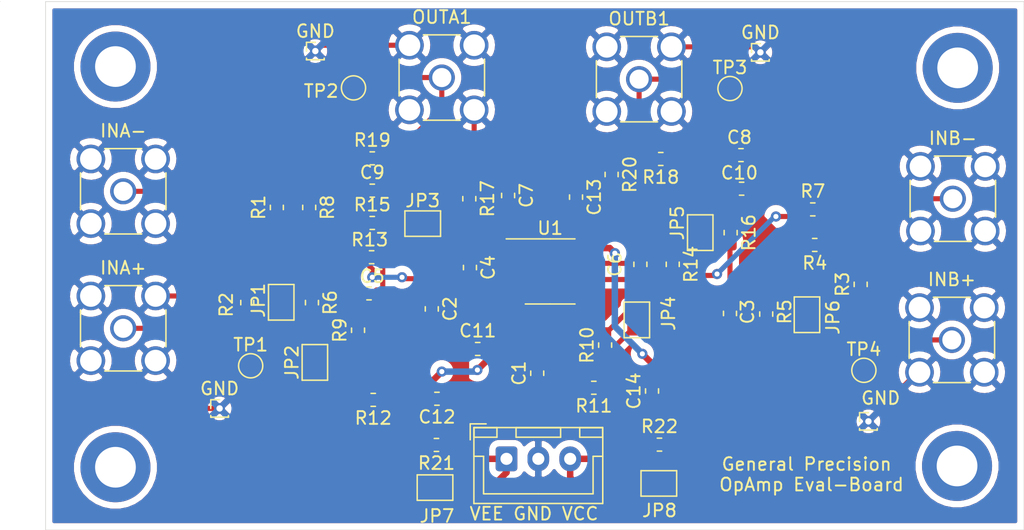
<source format=kicad_pcb>
(kicad_pcb (version 20171130) (host pcbnew "(5.1.2)-2")
  (layers (0 F.Cu signal) (31 B.Cu signal) (34 B.Paste user) (35 F.Paste user) (36 B.SilkS user) (37 F.SilkS user) (38 B.Mask user) (39 F.Mask user) (44 Edge.Cuts user))
  (net 0 "")
  (net 1 /VEE)
  (net 2 GND)
  (net 3 /VCC)
  (net 4 "Net-(C5-Pad2)")
  (net 5 "Net-(C10-Pad2)")
  (net 6 "Net-(C1-Pad2)")
  (net 7 "Net-(C2-Pad1)")
  (net 8 "Net-(C3-Pad1)")
  (net 9 "Net-(C3-Pad2)")
  (net 10 "Net-(C4-Pad2)")
  (net 11 "Net-(C4-Pad1)")
  (net 12 "Net-(C6-Pad2)")
  (net 13 "Net-(C7-Pad2)")
  (net 14 "Net-(C8-Pad2)")
  (net 15 "Net-(C9-Pad2)")
  (net 16 "Net-(C11-Pad2)")
  (net 17 "Net-(C13-Pad2)")
  (net 18 "Net-(R12-Pad2)")
  (net 19 "Net-(R10-Pad1)")
  (net 20 "Net-(INA+1-Pad1)")
  (net 21 "Net-(INA-1-Pad1)")
  (net 22 "Net-(INB+1-Pad1)")
  (net 23 "Net-(INB-1-Pad1)")
  (module Connector_PinHeader_1.00mm:PinHeader_1x01_P1.00mm_Vertical (layer F.Cu) (at 151.13 90.7288)
    (fp_text reference GND (at 0 -1.56) (layer F.SilkS))
    (fp_text value PinHeader_1x01_P1.00mm_Vertical)
    (pad 1 thru_hole circle (at 0 0) (size 0.85 0.85) (drill 0.5) (layers *.Cu *.Mask) (net 2 GND))
  )
  (module Connector_Coaxial:SMA_Amphenol_132134-11_Vertical (layer F.Cu) (at 166.1668 113.3348)
    (fp_text reference INB+ (at 0 -4.75) (layer F.SilkS))
    (fp_text value Conn_Coaxial)
    (pad 1 thru_hole circle (at 0 0) (size 2.05 2.05) (drill 1.5) (layers *.Cu *.Mask) (net 22 "Net-(INB+1-Pad1)"))
    (pad 2 thru_hole circle (at 2.54 2.54) (size 2.25 2.25) (drill 1.7) (layers *.Cu *.Mask) (net 2 GND))
    (pad 2 thru_hole circle (at 2.54 -2.54) (size 2.25 2.25) (drill 1.7) (layers *.Cu *.Mask) (net 2 GND))
    (pad 2 thru_hole circle (at -2.54 -2.54) (size 2.25 2.25) (drill 1.7) (layers *.Cu *.Mask) (net 2 GND))
    (pad 2 thru_hole circle (at -2.54 2.54) (size 2.25 2.25) (drill 1.7) (layers *.Cu *.Mask) (net 2 GND))
  )
  (module Connector_JST:JST_XH_B3B-XH-A_1x03_P2.50mm_Vertical (layer F.Cu) (at 131.191 122.682)
    (fp_text reference "VEE GND VCC" (at 2.159 4.318) (layer F.SilkS))
    (fp_text value Conn_01x03_Male)
    (pad 1 thru_hole roundrect (at 0 0) (size 1.7 1.95) (drill 0.95) (layers *.Cu *.Mask) (roundrect_rratio 0.147059) (net 1 /VEE))
    (pad 2 thru_hole oval (at 2.5 0) (size 1.7 1.95) (drill 0.95) (layers *.Cu *.Mask) (net 2 GND))
    (pad 3 thru_hole oval (at 5 0) (size 1.7 1.95) (drill 0.95) (layers *.Cu *.Mask) (net 3 /VCC))
  )
  (module MountingHole:MountingHole_3.2mm_M3_ISO14580_Pad (layer F.Cu) (at 100.4824 123.3424)
    (fp_text reference REF** hide)
    (fp_text value MountingHole_3.2mm_M3_ISO14580_Pad)
    (pad 1 thru_hole circle (at 0 0) (size 5.5 5.5) (drill 3.2) (layers *.Cu *.Mask))
  )
  (module MountingHole:MountingHole_3.2mm_M3_ISO14580_Pad (layer F.Cu) (at 166.5732 123.2408)
    (fp_text reference REF** hide)
    (fp_text value MountingHole_3.2mm_M3_ISO14580_Pad)
    (pad 1 thru_hole circle (at 0 0) (size 5.5 5.5) (drill 3.2) (layers *.Cu *.Mask))
  )
  (module MountingHole:MountingHole_3.2mm_M3_ISO14580_Pad (layer F.Cu) (at 166.624 91.948)
    (fp_text reference REF** hide)
    (fp_text value MountingHole_3.2mm_M3_ISO14580_Pad)
    (pad 1 thru_hole circle (at 0 0) (size 5.5 5.5) (drill 3.2) (layers *.Cu *.Mask))
  )
  (module MountingHole:MountingHole_3.2mm_M3_ISO14580_Pad (layer F.Cu) (at 100.4824 91.8464)
    (fp_text reference REF** hide)
    (fp_text value MountingHole_3.2mm_M3_ISO14580_Pad)
    (pad 1 thru_hole circle (at 0 0) (size 5.5 5.5) (drill 3.2) (layers *.Cu *.Mask))
  )
  (module Connector_PinHeader_1.00mm:PinHeader_1x01_P1.00mm_Vertical (layer F.Cu) (at 159.6136 119.7356)
    (fp_text reference GND (at 0.9652 -1.8288) (layer F.SilkS))
    (fp_text value PinHeader_1x01_P1.00mm_Vertical)
    (pad 1 thru_hole circle (at 0 0) (size 0.85 0.85) (drill 0.5) (layers *.Cu *.Mask) (net 2 GND))
  )
  (module TestPoint:TestPoint_Pad_D1.5mm (layer F.Cu) (at 159.258 115.7224)
    (fp_text reference TP4 (at 0 -1.648) (layer F.SilkS))
    (fp_text value TestPoint_Pad_D1.5mm)
    (pad 1 smd circle (at 0 0) (size 1.5 1.5) (layers F.Cu F.Mask) (net 22 "Net-(INB+1-Pad1)"))
  )
  (module TestPoint:TestPoint_Pad_D1.5mm (layer F.Cu) (at 148.7424 93.5736)
    (fp_text reference TP3 (at 0 -1.648) (layer F.SilkS))
    (fp_text value TestPoint_Pad_D1.5mm)
    (pad 1 smd circle (at 0 0) (size 1.5 1.5) (layers F.Cu F.Mask) (net 5 "Net-(C10-Pad2)"))
  )
  (module Connector_PinHeader_1.00mm:PinHeader_1x01_P1.00mm_Vertical (layer F.Cu) (at 116.1796 90.6272)
    (fp_text reference GND (at 0 -1.56) (layer F.SilkS))
    (fp_text value PinHeader_1x01_P1.00mm_Vertical)
    (pad 1 thru_hole circle (at 0 0) (size 0.85 0.85) (drill 0.5) (layers *.Cu *.Mask) (net 2 GND))
  )
  (module Connector_PinHeader_1.00mm:PinHeader_1x01_P1.00mm_Vertical (layer F.Cu) (at 108.6612 118.7196)
    (fp_text reference GND (at 0 -1.56) (layer F.SilkS))
    (fp_text value PinHeader_1x01_P1.00mm_Vertical)
    (pad 1 thru_hole circle (at 0 0) (size 0.85 0.85) (drill 0.5) (layers *.Cu *.Mask) (net 2 GND))
  )
  (module TestPoint:TestPoint_Pad_D1.5mm (layer F.Cu) (at 119.1768 93.5228)
    (fp_text reference TP2 (at -2.54 0.254) (layer F.SilkS))
    (fp_text value TestPoint_Pad_D1.5mm)
    (pad 1 smd circle (at 0 0) (size 1.5 1.5) (layers F.Cu F.Mask) (net 15 "Net-(C9-Pad2)"))
  )
  (module TestPoint:TestPoint_Pad_D1.5mm (layer F.Cu) (at 111.0996 115.3668)
    (fp_text reference TP1 (at 0 -1.648) (layer F.SilkS))
    (fp_text value TestPoint_Pad_D1.5mm)
    (pad 1 smd circle (at 0 0) (size 1.5 1.5) (layers F.Cu F.Mask) (net 20 "Net-(INA+1-Pad1)"))
  )
  (module Jumper:SolderJumper-2_P1.3mm_Open_TrianglePad1.0x1.5mm (layer F.Cu) (at 146.4056 104.902 90)
    (fp_text reference JP5 (at 0.762 -1.8 90) (layer F.SilkS))
    (fp_text value SolderJumper-2_P1.3mm_Open_TrianglePad1.0x1.5mm)
    (pad 1 smd custom (at -0.725 0 90) (size 0.3 0.3) (layers F.Cu F.Mask) (net 8 "Net-(C3-Pad1)") (options (clearance outline) (anchor rect)) (primitives (gr_poly (pts (xy -0.5 -0.75) (xy 0.5 -0.75) (xy 1 0) (xy 0.5 0.75) (xy -0.5 0.75)) (width 0))))
    (pad 2 smd custom (at 0.725 0 90) (size 0.3 0.3) (layers F.Cu F.Mask) (net 5 "Net-(C10-Pad2)") (options (clearance outline) (anchor rect)) (primitives (gr_poly (pts (xy -0.65 -0.75) (xy 0.5 -0.75) (xy 0.5 0.75) (xy -0.65 0.75) (xy -0.15 0)) (width 0))))
  )
  (module Jumper:SolderJumper-2_P1.3mm_Open_TrianglePad1.0x1.5mm (layer F.Cu) (at 141.4272 111.76 90)
    (fp_text reference JP4 (at 0.508 2.4892 90) (layer F.SilkS))
    (fp_text value SolderJumper-2_P1.3mm_Open_TrianglePad1.0x1.5mm)
    (pad 1 smd custom (at -0.725 0 90) (size 0.3 0.3) (layers F.Cu F.Mask) (net 19 "Net-(R10-Pad1)") (options (clearance outline) (anchor rect)) (primitives (gr_poly (pts (xy -0.5 -0.75) (xy 0.5 -0.75) (xy 1 0) (xy 0.5 0.75) (xy -0.5 0.75)) (width 0))))
    (pad 2 smd custom (at 0.725 0 90) (size 0.3 0.3) (layers F.Cu F.Mask) (net 9 "Net-(C3-Pad2)") (options (clearance outline) (anchor rect)) (primitives (gr_poly (pts (xy -0.65 -0.75) (xy 0.5 -0.75) (xy 0.5 0.75) (xy -0.65 0.75) (xy -0.15 0)) (width 0))))
  )
  (module Jumper:SolderJumper-2_P1.3mm_Open_TrianglePad1.0x1.5mm (layer F.Cu) (at 154.7876 111.3536 90)
    (fp_text reference JP6 (at -0.2032 2.032 90) (layer F.SilkS))
    (fp_text value SolderJumper-2_P1.3mm_Open_TrianglePad1.0x1.5mm)
    (pad 1 smd custom (at -0.725 0 90) (size 0.3 0.3) (layers F.Cu F.Mask) (net 9 "Net-(C3-Pad2)") (options (clearance outline) (anchor rect)) (primitives (gr_poly (pts (xy -0.5 -0.75) (xy 0.5 -0.75) (xy 1 0) (xy 0.5 0.75) (xy -0.5 0.75)) (width 0))))
    (pad 2 smd custom (at 0.725 0 90) (size 0.3 0.3) (layers F.Cu F.Mask) (net 22 "Net-(INB+1-Pad1)") (options (clearance outline) (anchor rect)) (primitives (gr_poly (pts (xy -0.65 -0.75) (xy 0.5 -0.75) (xy 0.5 0.75) (xy -0.65 0.75) (xy -0.15 0)) (width 0))))
  )
  (module Jumper:SolderJumper-2_P1.3mm_Open_TrianglePad1.0x1.5mm (layer F.Cu) (at 124.6124 104.1908)
    (fp_text reference JP3 (at 0 -1.8) (layer F.SilkS))
    (fp_text value SolderJumper-2_P1.3mm_Open_TrianglePad1.0x1.5mm)
    (pad 1 smd custom (at -0.725 0) (size 0.3 0.3) (layers F.Cu F.Mask) (net 11 "Net-(C4-Pad1)") (options (clearance outline) (anchor rect)) (primitives (gr_poly (pts (xy -0.5 -0.75) (xy 0.5 -0.75) (xy 1 0) (xy 0.5 0.75) (xy -0.5 0.75)) (width 0))))
    (pad 2 smd custom (at 0.725 0) (size 0.3 0.3) (layers F.Cu F.Mask) (net 15 "Net-(C9-Pad2)") (options (clearance outline) (anchor rect)) (primitives (gr_poly (pts (xy -0.65 -0.75) (xy 0.5 -0.75) (xy 0.5 0.75) (xy -0.65 0.75) (xy -0.15 0)) (width 0))))
  )
  (module Jumper:SolderJumper-2_P1.3mm_Open_TrianglePad1.0x1.5mm (layer F.Cu) (at 113.4999 110.3757 90)
    (fp_text reference JP1 (at 0.1524 -1.8 90) (layer F.SilkS))
    (fp_text value SolderJumper-2_P1.3mm_Open_TrianglePad1.0x1.5mm)
    (pad 1 smd custom (at -0.725 0 90) (size 0.3 0.3) (layers F.Cu F.Mask) (net 20 "Net-(INA+1-Pad1)") (options (clearance outline) (anchor rect)) (primitives (gr_poly (pts (xy -0.5 -0.75) (xy 0.5 -0.75) (xy 1 0) (xy 0.5 0.75) (xy -0.5 0.75)) (width 0))))
    (pad 2 smd custom (at 0.725 0 90) (size 0.3 0.3) (layers F.Cu F.Mask) (net 4 "Net-(C5-Pad2)") (options (clearance outline) (anchor rect)) (primitives (gr_poly (pts (xy -0.65 -0.75) (xy 0.5 -0.75) (xy 0.5 0.75) (xy -0.65 0.75) (xy -0.15 0)) (width 0))))
  )
  (module Jumper:SolderJumper-2_P1.3mm_Open_TrianglePad1.0x1.5mm (layer F.Cu) (at 116.1415 115.1001 90)
    (fp_text reference JP2 (at 0 -1.8 90) (layer F.SilkS))
    (fp_text value SolderJumper-2_P1.3mm_Open_TrianglePad1.0x1.5mm)
    (pad 1 smd custom (at -0.725 0 90) (size 0.3 0.3) (layers F.Cu F.Mask) (net 18 "Net-(R12-Pad2)") (options (clearance outline) (anchor rect)) (primitives (gr_poly (pts (xy -0.5 -0.75) (xy 0.5 -0.75) (xy 1 0) (xy 0.5 0.75) (xy -0.5 0.75)) (width 0))))
    (pad 2 smd custom (at 0.725 0 90) (size 0.3 0.3) (layers F.Cu F.Mask) (net 4 "Net-(C5-Pad2)") (options (clearance outline) (anchor rect)) (primitives (gr_poly (pts (xy -0.65 -0.75) (xy 0.5 -0.75) (xy 0.5 0.75) (xy -0.65 0.75) (xy -0.15 0)) (width 0))))
  )
  (module Jumper:SolderJumper-2_P1.3mm_Open_TrianglePad1.0x1.5mm (layer F.Cu) (at 143.1544 124.6124)
    (fp_text reference JP8 (at 0.0508 2.1336) (layer F.SilkS))
    (fp_text value SolderJumper-2_P1.3mm_Open_TrianglePad1.0x1.5mm)
    (pad 1 smd custom (at -0.725 0) (size 0.3 0.3) (layers F.Cu F.Mask) (net 3 /VCC) (options (clearance outline) (anchor rect)) (primitives (gr_poly (pts (xy -0.5 -0.75) (xy 0.5 -0.75) (xy 1 0) (xy 0.5 0.75) (xy -0.5 0.75)) (width 0))))
    (pad 2 smd custom (at 0.725 0) (size 0.3 0.3) (layers F.Cu F.Mask) (net 17 "Net-(C13-Pad2)") (options (clearance outline) (anchor rect)) (primitives (gr_poly (pts (xy -0.65 -0.75) (xy 0.5 -0.75) (xy 0.5 0.75) (xy -0.65 0.75) (xy -0.15 0)) (width 0))))
  )
  (module Jumper:SolderJumper-2_P1.3mm_Open_TrianglePad1.0x1.5mm (layer F.Cu) (at 125.5776 124.9426)
    (fp_text reference JP7 (at 0.1524 2.2352) (layer F.SilkS))
    (fp_text value SolderJumper-2_P1.3mm_Open_TrianglePad1.0x1.5mm)
    (pad 1 smd custom (at -0.725 0) (size 0.3 0.3) (layers F.Cu F.Mask) (net 16 "Net-(C11-Pad2)") (options (clearance outline) (anchor rect)) (primitives (gr_poly (pts (xy -0.5 -0.75) (xy 0.5 -0.75) (xy 1 0) (xy 0.5 0.75) (xy -0.5 0.75)) (width 0))))
    (pad 2 smd custom (at 0.725 0) (size 0.3 0.3) (layers F.Cu F.Mask) (net 1 /VEE) (options (clearance outline) (anchor rect)) (primitives (gr_poly (pts (xy -0.65 -0.75) (xy 0.5 -0.75) (xy 0.5 0.75) (xy -0.65 0.75) (xy -0.15 0)) (width 0))))
  )
  (module Capacitor_SMD:C_0603_1608Metric_Pad1.05x0.95mm_HandSolder (layer F.Cu) (at 133.604 115.951 90)
    (fp_text reference C1 (at 0 -1.43 90) (layer F.SilkS))
    (fp_text value C)
    (pad 2 smd roundrect (at 0.875 0 90) (size 1.05 0.95) (layers F.Cu F.Paste F.Mask) (net 6 "Net-(C1-Pad2)"))
    (pad 1 smd roundrect (at -0.875 0 90) (size 1.05 0.95) (layers F.Cu F.Paste F.Mask) (net 2 GND))
  )
  (module Capacitor_SMD:C_0603_1608Metric_Pad1.05x0.95mm_HandSolder (layer F.Cu) (at 125.3236 110.8964 270)
    (fp_text reference C2 (at 0 -1.43 90) (layer F.SilkS))
    (fp_text value C)
    (pad 1 smd roundrect (at -0.875 0 270) (size 1.05 0.95) (layers F.Cu F.Paste F.Mask) (net 7 "Net-(C2-Pad1)"))
    (pad 2 smd roundrect (at 0.875 0 270) (size 1.05 0.95) (layers F.Cu F.Paste F.Mask) (net 2 GND))
  )
  (module Capacitor_SMD:C_0603_1608Metric_Pad1.05x0.95mm_HandSolder (layer F.Cu) (at 148.7424 111.252 270)
    (fp_text reference C3 (at -0.127 -1.3716 90) (layer F.SilkS))
    (fp_text value C)
    (pad 1 smd roundrect (at -0.875 0 270) (size 1.05 0.95) (layers F.Cu F.Paste F.Mask) (net 8 "Net-(C3-Pad1)"))
    (pad 2 smd roundrect (at 0.875 0 270) (size 1.05 0.95) (layers F.Cu F.Paste F.Mask) (net 9 "Net-(C3-Pad2)"))
  )
  (module Capacitor_SMD:C_0603_1608Metric_Pad1.05x0.95mm_HandSolder (layer F.Cu) (at 128.3208 107.6452 270)
    (fp_text reference C4 (at 0 -1.43 90) (layer F.SilkS))
    (fp_text value C)
    (pad 2 smd roundrect (at 0.875 0 270) (size 1.05 0.95) (layers F.Cu F.Paste F.Mask) (net 10 "Net-(C4-Pad2)"))
    (pad 1 smd roundrect (at -0.875 0 270) (size 1.05 0.95) (layers F.Cu F.Paste F.Mask) (net 11 "Net-(C4-Pad1)"))
  )
  (module Capacitor_SMD:C_0603_1608Metric_Pad1.05x0.95mm_HandSolder (layer F.Cu) (at 120.396 109.6772 180)
    (fp_text reference C5 (at -0.254 1.3462) (layer F.SilkS))
    (fp_text value C)
    (pad 1 smd roundrect (at -0.875 0 180) (size 1.05 0.95) (layers F.Cu F.Paste F.Mask) (net 11 "Net-(C4-Pad1)"))
    (pad 2 smd roundrect (at 0.875 0 180) (size 1.05 0.95) (layers F.Cu F.Paste F.Mask) (net 4 "Net-(C5-Pad2)"))
  )
  (module Capacitor_SMD:C_0603_1608Metric_Pad1.05x0.95mm_HandSolder (layer F.Cu) (at 141.7066 107.3912 270)
    (fp_text reference C6 (at 0 2.0066 90) (layer F.SilkS))
    (fp_text value C)
    (pad 2 smd roundrect (at 0.875 0 270) (size 1.05 0.95) (layers F.Cu F.Paste F.Mask) (net 12 "Net-(C6-Pad2)"))
    (pad 1 smd roundrect (at -0.875 0 270) (size 1.05 0.95) (layers F.Cu F.Paste F.Mask) (net 8 "Net-(C3-Pad1)"))
  )
  (module Capacitor_SMD:C_0603_1608Metric_Pad1.05x0.95mm_HandSolder (layer F.Cu) (at 131.318 101.981 270)
    (fp_text reference C7 (at 0 -1.43 90) (layer F.SilkS))
    (fp_text value C)
    (pad 2 smd roundrect (at 0.875 0 270) (size 1.05 0.95) (layers F.Cu F.Paste F.Mask) (net 13 "Net-(C7-Pad2)"))
    (pad 1 smd roundrect (at -0.875 0 270) (size 1.05 0.95) (layers F.Cu F.Paste F.Mask) (net 2 GND))
  )
  (module Capacitor_SMD:C_0603_1608Metric_Pad1.05x0.95mm_HandSolder (layer F.Cu) (at 149.606 98.806 180)
    (fp_text reference C8 (at 0.127 1.397) (layer F.SilkS))
    (fp_text value C)
    (pad 2 smd roundrect (at 0.875 0 180) (size 1.05 0.95) (layers F.Cu F.Paste F.Mask) (net 14 "Net-(C8-Pad2)"))
    (pad 1 smd roundrect (at -0.875 0 180) (size 1.05 0.95) (layers F.Cu F.Paste F.Mask) (net 2 GND))
  )
  (module Capacitor_SMD:C_0603_1608Metric_Pad1.05x0.95mm_HandSolder (layer F.Cu) (at 120.65 101.6)
    (fp_text reference C9 (at 0 -1.43) (layer F.SilkS))
    (fp_text value C)
    (pad 1 smd roundrect (at -0.875 0) (size 1.05 0.95) (layers F.Cu F.Paste F.Mask) (net 2 GND))
    (pad 2 smd roundrect (at 0.875 0) (size 1.05 0.95) (layers F.Cu F.Paste F.Mask) (net 15 "Net-(C9-Pad2)"))
  )
  (module Capacitor_SMD:C_0603_1608Metric_Pad1.05x0.95mm_HandSolder (layer F.Cu) (at 149.6568 101.4476 180)
    (fp_text reference C10 (at 0.1778 1.2446) (layer F.SilkS))
    (fp_text value C)
    (pad 2 smd roundrect (at 0.875 0 180) (size 1.05 0.95) (layers F.Cu F.Paste F.Mask) (net 5 "Net-(C10-Pad2)"))
    (pad 1 smd roundrect (at -0.875 0 180) (size 1.05 0.95) (layers F.Cu F.Paste F.Mask) (net 2 GND))
  )
  (module Capacitor_SMD:C_0603_1608Metric_Pad1.05x0.95mm_HandSolder (layer F.Cu) (at 128.9304 114.046)
    (fp_text reference C11 (at 0 -1.43) (layer F.SilkS))
    (fp_text value C)
    (pad 1 smd roundrect (at -0.875 0) (size 1.05 0.95) (layers F.Cu F.Paste F.Mask) (net 2 GND))
    (pad 2 smd roundrect (at 0.875 0) (size 1.05 0.95) (layers F.Cu F.Paste F.Mask) (net 16 "Net-(C11-Pad2)"))
  )
  (module Capacitor_SMD:C_0603_1608Metric_Pad1.05x0.95mm_HandSolder (layer F.Cu) (at 125.73 117.9576 180)
    (fp_text reference C12 (at 0 -1.43) (layer F.SilkS))
    (fp_text value C)
    (pad 1 smd roundrect (at -0.875 0 180) (size 1.05 0.95) (layers F.Cu F.Paste F.Mask) (net 2 GND))
    (pad 2 smd roundrect (at 0.875 0 180) (size 1.05 0.95) (layers F.Cu F.Paste F.Mask) (net 16 "Net-(C11-Pad2)"))
  )
  (module Capacitor_SMD:C_0603_1608Metric_Pad1.05x0.95mm_HandSolder (layer F.Cu) (at 136.652 102.108 270)
    (fp_text reference C13 (at 0 -1.43 90) (layer F.SilkS))
    (fp_text value C)
    (pad 2 smd roundrect (at 0.875 0 270) (size 1.05 0.95) (layers F.Cu F.Paste F.Mask) (net 17 "Net-(C13-Pad2)"))
    (pad 1 smd roundrect (at -0.875 0 270) (size 1.05 0.95) (layers F.Cu F.Paste F.Mask) (net 2 GND))
  )
  (module Capacitor_SMD:C_0603_1608Metric_Pad1.05x0.95mm_HandSolder (layer F.Cu) (at 142.621 117.348 90)
    (fp_text reference C14 (at 0 -1.43 90) (layer F.SilkS))
    (fp_text value C)
    (pad 1 smd roundrect (at -0.875 0 90) (size 1.05 0.95) (layers F.Cu F.Paste F.Mask) (net 2 GND))
    (pad 2 smd roundrect (at 0.875 0 90) (size 1.05 0.95) (layers F.Cu F.Paste F.Mask) (net 17 "Net-(C13-Pad2)"))
  )
  (module Connector_Coaxial:SMA_Amphenol_132134-11_Vertical (layer F.Cu) (at 101.092 112.4204)
    (fp_text reference INA+ (at 0 -4.75) (layer F.SilkS))
    (fp_text value Conn_Coaxial)
    (pad 1 thru_hole circle (at 0 0) (size 2.05 2.05) (drill 1.5) (layers *.Cu *.Mask) (net 20 "Net-(INA+1-Pad1)"))
    (pad 2 thru_hole circle (at 2.54 2.54) (size 2.25 2.25) (drill 1.7) (layers *.Cu *.Mask) (net 2 GND))
    (pad 2 thru_hole circle (at 2.54 -2.54) (size 2.25 2.25) (drill 1.7) (layers *.Cu *.Mask) (net 2 GND))
    (pad 2 thru_hole circle (at -2.54 -2.54) (size 2.25 2.25) (drill 1.7) (layers *.Cu *.Mask) (net 2 GND))
    (pad 2 thru_hole circle (at -2.54 2.54) (size 2.25 2.25) (drill 1.7) (layers *.Cu *.Mask) (net 2 GND))
  )
  (module Connector_Coaxial:SMA_Amphenol_132134-11_Vertical (layer F.Cu) (at 101.092 101.6508)
    (fp_text reference INA- (at 0 -4.75) (layer F.SilkS))
    (fp_text value Conn_Coaxial)
    (pad 2 thru_hole circle (at -2.54 2.54) (size 2.25 2.25) (drill 1.7) (layers *.Cu *.Mask) (net 2 GND))
    (pad 2 thru_hole circle (at -2.54 -2.54) (size 2.25 2.25) (drill 1.7) (layers *.Cu *.Mask) (net 2 GND))
    (pad 2 thru_hole circle (at 2.54 -2.54) (size 2.25 2.25) (drill 1.7) (layers *.Cu *.Mask) (net 2 GND))
    (pad 2 thru_hole circle (at 2.54 2.54) (size 2.25 2.25) (drill 1.7) (layers *.Cu *.Mask) (net 2 GND))
    (pad 1 thru_hole circle (at 0 0) (size 2.05 2.05) (drill 1.5) (layers *.Cu *.Mask) (net 21 "Net-(INA-1-Pad1)"))
  )
  (module Connector_Coaxial:SMA_Amphenol_132134-11_Vertical (layer F.Cu) (at 166.243 102.235)
    (fp_text reference INB- (at 0 -4.75) (layer F.SilkS))
    (fp_text value Conn_Coaxial)
    (pad 2 thru_hole circle (at -2.54 2.54) (size 2.25 2.25) (drill 1.7) (layers *.Cu *.Mask) (net 2 GND))
    (pad 2 thru_hole circle (at -2.54 -2.54) (size 2.25 2.25) (drill 1.7) (layers *.Cu *.Mask) (net 2 GND))
    (pad 2 thru_hole circle (at 2.54 -2.54) (size 2.25 2.25) (drill 1.7) (layers *.Cu *.Mask) (net 2 GND))
    (pad 2 thru_hole circle (at 2.54 2.54) (size 2.25 2.25) (drill 1.7) (layers *.Cu *.Mask) (net 2 GND))
    (pad 1 thru_hole circle (at 0 0) (size 2.05 2.05) (drill 1.5) (layers *.Cu *.Mask) (net 23 "Net-(INB-1-Pad1)"))
  )
  (module Connector_Coaxial:SMA_Amphenol_132134-11_Vertical (layer F.Cu) (at 126.111 92.71)
    (fp_text reference OUTA1 (at 0 -4.75) (layer F.SilkS))
    (fp_text value Conn_Coaxial)
    (pad 2 thru_hole circle (at -2.54 2.54) (size 2.25 2.25) (drill 1.7) (layers *.Cu *.Mask) (net 2 GND))
    (pad 2 thru_hole circle (at -2.54 -2.54) (size 2.25 2.25) (drill 1.7) (layers *.Cu *.Mask) (net 2 GND))
    (pad 2 thru_hole circle (at 2.54 -2.54) (size 2.25 2.25) (drill 1.7) (layers *.Cu *.Mask) (net 2 GND))
    (pad 2 thru_hole circle (at 2.54 2.54) (size 2.25 2.25) (drill 1.7) (layers *.Cu *.Mask) (net 2 GND))
    (pad 1 thru_hole circle (at 0 0) (size 2.05 2.05) (drill 1.5) (layers *.Cu *.Mask) (net 15 "Net-(C9-Pad2)"))
  )
  (module Connector_Coaxial:SMA_Amphenol_132134-11_Vertical (layer F.Cu) (at 141.605 92.837)
    (fp_text reference OUTB1 (at 0 -4.75) (layer F.SilkS))
    (fp_text value Conn_Coaxial)
    (pad 1 thru_hole circle (at 0 0) (size 2.05 2.05) (drill 1.5) (layers *.Cu *.Mask) (net 5 "Net-(C10-Pad2)"))
    (pad 2 thru_hole circle (at 2.54 2.54) (size 2.25 2.25) (drill 1.7) (layers *.Cu *.Mask) (net 2 GND))
    (pad 2 thru_hole circle (at 2.54 -2.54) (size 2.25 2.25) (drill 1.7) (layers *.Cu *.Mask) (net 2 GND))
    (pad 2 thru_hole circle (at -2.54 -2.54) (size 2.25 2.25) (drill 1.7) (layers *.Cu *.Mask) (net 2 GND))
    (pad 2 thru_hole circle (at -2.54 2.54) (size 2.25 2.25) (drill 1.7) (layers *.Cu *.Mask) (net 2 GND))
  )
  (module Resistor_SMD:R_0603_1608Metric_Pad1.05x0.95mm_HandSolder (layer F.Cu) (at 113.157 102.9208 90)
    (fp_text reference R1 (at 0 -1.43 90) (layer F.SilkS))
    (fp_text value R)
    (pad 1 smd roundrect (at -0.875 0 90) (size 1.05 0.95) (layers F.Cu F.Paste F.Mask) (net 2 GND))
    (pad 2 smd roundrect (at 0.875 0 90) (size 1.05 0.95) (layers F.Cu F.Paste F.Mask) (net 21 "Net-(INA-1-Pad1)"))
  )
  (module Resistor_SMD:R_0603_1608Metric_Pad1.05x0.95mm_HandSolder (layer F.Cu) (at 110.8329 110.4011 270)
    (fp_text reference R2 (at 0.1778 1.651 90) (layer F.SilkS))
    (fp_text value R)
    (pad 2 smd roundrect (at 0.875 0 270) (size 1.05 0.95) (layers F.Cu F.Paste F.Mask) (net 20 "Net-(INA+1-Pad1)"))
    (pad 1 smd roundrect (at -0.875 0 270) (size 1.05 0.95) (layers F.Cu F.Paste F.Mask) (net 2 GND))
  )
  (module Resistor_SMD:R_0603_1608Metric_Pad1.05x0.95mm_HandSolder (layer F.Cu) (at 159.004 108.966 90)
    (fp_text reference R3 (at 0 -1.43 90) (layer F.SilkS))
    (fp_text value R)
    (pad 1 smd roundrect (at -0.875 0 90) (size 1.05 0.95) (layers F.Cu F.Paste F.Mask) (net 22 "Net-(INB+1-Pad1)"))
    (pad 2 smd roundrect (at 0.875 0 90) (size 1.05 0.95) (layers F.Cu F.Paste F.Mask) (net 2 GND))
  )
  (module Resistor_SMD:R_0603_1608Metric_Pad1.05x0.95mm_HandSolder (layer F.Cu) (at 155.3972 105.8672 180)
    (fp_text reference R4 (at 0 -1.43) (layer F.SilkS))
    (fp_text value R)
    (pad 1 smd roundrect (at -0.875 0 180) (size 1.05 0.95) (layers F.Cu F.Paste F.Mask) (net 23 "Net-(INB-1-Pad1)"))
    (pad 2 smd roundrect (at 0.875 0 180) (size 1.05 0.95) (layers F.Cu F.Paste F.Mask) (net 2 GND))
  )
  (module Resistor_SMD:R_0603_1608Metric_Pad1.05x0.95mm_HandSolder (layer F.Cu) (at 151.5872 111.3028 90)
    (fp_text reference R5 (at 0.1778 1.4478 90) (layer F.SilkS))
    (fp_text value R)
    (pad 2 smd roundrect (at 0.875 0 90) (size 1.05 0.95) (layers F.Cu F.Paste F.Mask) (net 22 "Net-(INB+1-Pad1)"))
    (pad 1 smd roundrect (at -0.875 0 90) (size 1.05 0.95) (layers F.Cu F.Paste F.Mask) (net 9 "Net-(C3-Pad2)"))
  )
  (module Resistor_SMD:R_0603_1608Metric_Pad1.05x0.95mm_HandSolder (layer F.Cu) (at 115.9129 110.4011 270)
    (fp_text reference R6 (at 0 -1.43 90) (layer F.SilkS))
    (fp_text value R)
    (pad 1 smd roundrect (at -0.875 0 270) (size 1.05 0.95) (layers F.Cu F.Paste F.Mask) (net 4 "Net-(C5-Pad2)"))
    (pad 2 smd roundrect (at 0.875 0 270) (size 1.05 0.95) (layers F.Cu F.Paste F.Mask) (net 20 "Net-(INA+1-Pad1)"))
  )
  (module Resistor_SMD:R_0603_1608Metric_Pad1.05x0.95mm_HandSolder (layer F.Cu) (at 155.2448 103.0732)
    (fp_text reference R7 (at 0 -1.43) (layer F.SilkS))
    (fp_text value R)
    (pad 1 smd roundrect (at -0.875 0) (size 1.05 0.95) (layers F.Cu F.Paste F.Mask) (net 12 "Net-(C6-Pad2)"))
    (pad 2 smd roundrect (at 0.875 0) (size 1.05 0.95) (layers F.Cu F.Paste F.Mask) (net 23 "Net-(INB-1-Pad1)"))
  )
  (module Resistor_SMD:R_0603_1608Metric_Pad1.05x0.95mm_HandSolder (layer F.Cu) (at 115.697 102.9208 270)
    (fp_text reference R8 (at 0 -1.43 90) (layer F.SilkS))
    (fp_text value R)
    (pad 1 smd roundrect (at -0.875 0 270) (size 1.05 0.95) (layers F.Cu F.Paste F.Mask) (net 10 "Net-(C4-Pad2)"))
    (pad 2 smd roundrect (at 0.875 0 270) (size 1.05 0.95) (layers F.Cu F.Paste F.Mask) (net 21 "Net-(INA-1-Pad1)"))
  )
  (module Resistor_SMD:R_0603_1608Metric_Pad1.05x0.95mm_HandSolder (layer F.Cu) (at 119.5324 112.5728 90)
    (fp_text reference R9 (at 0 -1.43 90) (layer F.SilkS))
    (fp_text value R)
    (pad 2 smd roundrect (at 0.875 0 90) (size 1.05 0.95) (layers F.Cu F.Paste F.Mask) (net 4 "Net-(C5-Pad2)"))
    (pad 1 smd roundrect (at -0.875 0 90) (size 1.05 0.95) (layers F.Cu F.Paste F.Mask) (net 18 "Net-(R12-Pad2)"))
  )
  (module Resistor_SMD:R_0603_1608Metric_Pad1.05x0.95mm_HandSolder (layer F.Cu) (at 138.938 113.7412 90)
    (fp_text reference R10 (at 0 -1.43 90) (layer F.SilkS))
    (fp_text value R)
    (pad 2 smd roundrect (at 0.875 0 90) (size 1.05 0.95) (layers F.Cu F.Paste F.Mask) (net 9 "Net-(C3-Pad2)"))
    (pad 1 smd roundrect (at -0.875 0 90) (size 1.05 0.95) (layers F.Cu F.Paste F.Mask) (net 19 "Net-(R10-Pad1)"))
  )
  (module Resistor_SMD:R_0603_1608Metric_Pad1.05x0.95mm_HandSolder (layer F.Cu) (at 138.049 117.094 180)
    (fp_text reference R11 (at 0 -1.43) (layer F.SilkS))
    (fp_text value R)
    (pad 1 smd roundrect (at -0.875 0 180) (size 1.05 0.95) (layers F.Cu F.Paste F.Mask) (net 19 "Net-(R10-Pad1)"))
    (pad 2 smd roundrect (at 0.875 0 180) (size 1.05 0.95) (layers F.Cu F.Paste F.Mask) (net 2 GND))
  )
  (module Resistor_SMD:R_0603_1608Metric_Pad1.05x0.95mm_HandSolder (layer F.Cu) (at 120.7262 118.0465 180)
    (fp_text reference R12 (at 0 -1.43) (layer F.SilkS))
    (fp_text value R)
    (pad 2 smd roundrect (at 0.875 0 180) (size 1.05 0.95) (layers F.Cu F.Paste F.Mask) (net 18 "Net-(R12-Pad2)"))
    (pad 1 smd roundrect (at -0.875 0 180) (size 1.05 0.95) (layers F.Cu F.Paste F.Mask) (net 2 GND))
  )
  (module Resistor_SMD:R_0603_1608Metric_Pad1.05x0.95mm_HandSolder (layer F.Cu) (at 120.5992 106.8324 180)
    (fp_text reference R13 (at 0.1524 1.3716) (layer F.SilkS))
    (fp_text value R)
    (pad 2 smd roundrect (at 0.875 0 180) (size 1.05 0.95) (layers F.Cu F.Paste F.Mask) (net 10 "Net-(C4-Pad2)"))
    (pad 1 smd roundrect (at -0.875 0 180) (size 1.05 0.95) (layers F.Cu F.Paste F.Mask) (net 11 "Net-(C4-Pad1)"))
  )
  (module Resistor_SMD:R_0603_1608Metric_Pad1.05x0.95mm_HandSolder (layer F.Cu) (at 144.2466 107.3912 270)
    (fp_text reference R14 (at 0 -1.43 90) (layer F.SilkS))
    (fp_text value R)
    (pad 1 smd roundrect (at -0.875 0 270) (size 1.05 0.95) (layers F.Cu F.Paste F.Mask) (net 8 "Net-(C3-Pad1)"))
    (pad 2 smd roundrect (at 0.875 0 270) (size 1.05 0.95) (layers F.Cu F.Paste F.Mask) (net 12 "Net-(C6-Pad2)"))
  )
  (module Resistor_SMD:R_0603_1608Metric_Pad1.05x0.95mm_HandSolder (layer F.Cu) (at 120.65 104.14)
    (fp_text reference R15 (at 0 -1.43) (layer F.SilkS))
    (fp_text value R)
    (pad 2 smd roundrect (at 0.875 0) (size 1.05 0.95) (layers F.Cu F.Paste F.Mask) (net 11 "Net-(C4-Pad1)"))
    (pad 1 smd roundrect (at -0.875 0) (size 1.05 0.95) (layers F.Cu F.Paste F.Mask) (net 15 "Net-(C9-Pad2)"))
  )
  (module Resistor_SMD:R_0603_1608Metric_Pad1.05x0.95mm_HandSolder (layer F.Cu) (at 148.7932 104.902 270)
    (fp_text reference R16 (at 0 -1.43 90) (layer F.SilkS))
    (fp_text value R)
    (pad 2 smd roundrect (at 0.875 0 270) (size 1.05 0.95) (layers F.Cu F.Paste F.Mask) (net 8 "Net-(C3-Pad1)"))
    (pad 1 smd roundrect (at -0.875 0 270) (size 1.05 0.95) (layers F.Cu F.Paste F.Mask) (net 5 "Net-(C10-Pad2)"))
  )
  (module Resistor_SMD:R_0603_1608Metric_Pad1.05x0.95mm_HandSolder (layer F.Cu) (at 128.27 102.235 270)
    (fp_text reference R17 (at 0 -1.43 90) (layer F.SilkS))
    (fp_text value R)
    (pad 1 smd roundrect (at -0.875 0 270) (size 1.05 0.95) (layers F.Cu F.Paste F.Mask) (net 13 "Net-(C7-Pad2)"))
    (pad 2 smd roundrect (at 0.875 0 270) (size 1.05 0.95) (layers F.Cu F.Paste F.Mask) (net 15 "Net-(C9-Pad2)"))
  )
  (module Resistor_SMD:R_0603_1608Metric_Pad1.05x0.95mm_HandSolder (layer F.Cu) (at 143.3068 99.1108 180)
    (fp_text reference R18 (at 0 -1.43) (layer F.SilkS))
    (fp_text value R)
    (pad 1 smd roundrect (at -0.875 0 180) (size 1.05 0.95) (layers F.Cu F.Paste F.Mask) (net 14 "Net-(C8-Pad2)"))
    (pad 2 smd roundrect (at 0.875 0 180) (size 1.05 0.95) (layers F.Cu F.Paste F.Mask) (net 5 "Net-(C10-Pad2)"))
  )
  (module Resistor_SMD:R_0603_1608Metric_Pad1.05x0.95mm_HandSolder (layer F.Cu) (at 120.65 99.06)
    (fp_text reference R19 (at 0 -1.43) (layer F.SilkS))
    (fp_text value R)
    (pad 1 smd roundrect (at -0.875 0) (size 1.05 0.95) (layers F.Cu F.Paste F.Mask) (net 2 GND))
    (pad 2 smd roundrect (at 0.875 0) (size 1.05 0.95) (layers F.Cu F.Paste F.Mask) (net 15 "Net-(C9-Pad2)"))
  )
  (module Resistor_SMD:R_0603_1608Metric_Pad1.05x0.95mm_HandSolder (layer F.Cu) (at 139.446 100.33 270)
    (fp_text reference R20 (at 0 -1.43 90) (layer F.SilkS))
    (fp_text value R)
    (pad 2 smd roundrect (at 0.875 0 270) (size 1.05 0.95) (layers F.Cu F.Paste F.Mask) (net 5 "Net-(C10-Pad2)"))
    (pad 1 smd roundrect (at -0.875 0 270) (size 1.05 0.95) (layers F.Cu F.Paste F.Mask) (net 2 GND))
  )
  (module Resistor_SMD:R_0603_1608Metric_Pad1.05x0.95mm_HandSolder (layer F.Cu) (at 125.6906 121.5898 180)
    (fp_text reference R21 (at 0 -1.43) (layer F.SilkS))
    (fp_text value R)
    (pad 2 smd roundrect (at 0.875 0 180) (size 1.05 0.95) (layers F.Cu F.Paste F.Mask) (net 16 "Net-(C11-Pad2)"))
    (pad 1 smd roundrect (at -0.875 0 180) (size 1.05 0.95) (layers F.Cu F.Paste F.Mask) (net 1 /VEE))
  )
  (module Resistor_SMD:R_0603_1608Metric_Pad1.05x0.95mm_HandSolder (layer F.Cu) (at 143.2052 121.5644)
    (fp_text reference R22 (at 0 -1.43) (layer F.SilkS))
    (fp_text value R)
    (pad 2 smd roundrect (at 0.875 0) (size 1.05 0.95) (layers F.Cu F.Paste F.Mask) (net 17 "Net-(C13-Pad2)"))
    (pad 1 smd roundrect (at -0.875 0) (size 1.05 0.95) (layers F.Cu F.Paste F.Mask) (net 3 /VCC))
  )
  (module Package_SO:SOIC-8_3.9x4.9mm_P1.27mm (layer F.Cu) (at 134.62 107.95)
    (fp_text reference U1 (at 0 -3.4) (layer F.SilkS))
    (fp_text value ADA4075-2)
    (pad 1 smd roundrect (at -2.475 -1.905) (size 1.95 0.6) (layers F.Cu F.Paste F.Mask) (net 11 "Net-(C4-Pad1)"))
    (pad 2 smd roundrect (at -2.475 -0.635) (size 1.95 0.6) (layers F.Cu F.Paste F.Mask) (net 10 "Net-(C4-Pad2)"))
    (pad 3 smd roundrect (at -2.475 0.635) (size 1.95 0.6) (layers F.Cu F.Paste F.Mask) (net 7 "Net-(C2-Pad1)"))
    (pad 4 smd roundrect (at -2.475 1.905) (size 1.95 0.6) (layers F.Cu F.Paste F.Mask) (net 16 "Net-(C11-Pad2)"))
    (pad 5 smd roundrect (at 2.475 1.905) (size 1.95 0.6) (layers F.Cu F.Paste F.Mask) (net 6 "Net-(C1-Pad2)"))
    (pad 6 smd roundrect (at 2.475 0.635) (size 1.95 0.6) (layers F.Cu F.Paste F.Mask) (net 12 "Net-(C6-Pad2)"))
    (pad 7 smd roundrect (at 2.475 -0.635) (size 1.95 0.6) (layers F.Cu F.Paste F.Mask) (net 8 "Net-(C3-Pad1)"))
    (pad 8 smd roundrect (at 2.475 -1.905) (size 1.95 0.6) (layers F.Cu F.Paste F.Mask) (net 17 "Net-(C13-Pad2)"))
  )
  (gr_line (start 171.831 86.741) (end 171.831 128.27) (layer Edge.Cuts) (width 0.05))
  (gr_text "General Precision \nOpAmp Eval-Board" (at 155.1432 123.9012) (layer F.SilkS) (effects (font (size 1 1))))
  (gr_line (start 91.44 86.741) (end 91.44 86.741) (layer Edge.Cuts) (width 0.05))
  (gr_line (start 171.831 86.741) (end 94.996 86.741) (layer Edge.Cuts) (width 0.05))
  (gr_line (start 94.996 86.741) (end 94.996 128.27) (layer Edge.Cuts) (width 0.05))
  (gr_line (start 171.831 128.27) (end 94.996 128.27) (layer Edge.Cuts) (width 0.05))
  (segment (start 131.1288 122.7442) (end 131.191 122.682) (width 0.4) (layer F.Cu) (net 1))
  (segment (start 130.0054 124.9426) (end 126.30661 124.9426) (width 0.508) (layer F.Cu) (net 1))
  (segment (start 131.191 122.682) (end 131.191 123.757) (width 0.508) (layer F.Cu) (net 1))
  (segment (start 131.191 123.757) (end 130.0054 124.9426) (width 0.508) (layer F.Cu) (net 1))
  (segment (start 127.6578 122.682) (end 126.5656 121.5898) (width 0.508) (layer F.Cu) (net 1))
  (segment (start 131.191 122.682) (end 127.6578 122.682) (width 0.508) (layer F.Cu) (net 1))
  (segment (start 136.906 116.826) (end 137.174 117.094) (width 0.4) (layer F.Cu) (net 2))
  (segment (start 133.604 116.826) (end 136.906 116.826) (width 0.4) (layer F.Cu) (net 2))
  (segment (start 142.046 118.223) (end 142.621 118.223) (width 0.4) (layer F.Cu) (net 2))
  (segment (start 137.728 118.223) (end 142.046 118.223) (width 0.4) (layer F.Cu) (net 2))
  (segment (start 137.174 117.669) (end 137.728 118.223) (width 0.4) (layer F.Cu) (net 2))
  (segment (start 137.174 117.094) (end 137.174 117.669) (width 0.4) (layer F.Cu) (net 2))
  (segment (start 150.5318 98.8568) (end 150.481 98.806) (width 0.4) (layer F.Cu) (net 2))
  (segment (start 150.5318 101.4476) (end 150.5318 98.8568) (width 0.4) (layer F.Cu) (net 2))
  (segment (start 150.5318 101.4476) (end 150.5318 102.983) (width 0.4) (layer F.Cu) (net 2))
  (segment (start 153.416 105.8672) (end 154.5222 105.8672) (width 0.4) (layer F.Cu) (net 2))
  (segment (start 150.5318 102.983) (end 153.416 105.8672) (width 0.4) (layer F.Cu) (net 2))
  (segment (start 155.021272 106.366272) (end 154.5222 105.8672) (width 0.4) (layer F.Cu) (net 2))
  (segment (start 156.246928 107.591928) (end 155.021272 106.366272) (width 0.4) (layer F.Cu) (net 2))
  (segment (start 158.504928 107.591928) (end 156.246928 107.591928) (width 0.4) (layer F.Cu) (net 2))
  (segment (start 159.004 108.091) (end 158.504928 107.591928) (width 0.4) (layer F.Cu) (net 2))
  (segment (start 128.651 98.439) (end 131.318 101.106) (width 0.4) (layer F.Cu) (net 2))
  (segment (start 128.651 95.25) (end 128.651 98.439) (width 0.4) (layer F.Cu) (net 2))
  (segment (start 136.525 101.106) (end 136.652 101.233) (width 0.4) (layer F.Cu) (net 2))
  (segment (start 131.318 101.106) (end 136.525 101.106) (width 0.4) (layer F.Cu) (net 2))
  (segment (start 137.668 101.233) (end 139.446 99.455) (width 0.4) (layer F.Cu) (net 2))
  (segment (start 136.652 101.233) (end 137.668 101.233) (width 0.4) (layer F.Cu) (net 2))
  (segment (start 119.775 101.6) (end 119.775 99.06) (width 0.4) (layer F.Cu) (net 2))
  (segment (start 125.7808 111.7714) (end 128.0554 114.046) (width 0.4) (layer F.Cu) (net 2))
  (segment (start 125.3236 111.7714) (end 125.7808 111.7714) (width 0.4) (layer F.Cu) (net 2))
  (segment (start 128.0554 114.046) (end 128.0554 116.5072) (width 0.4) (layer F.Cu) (net 2))
  (segment (start 133.604 116.826) (end 128.3742 116.826) (width 0.4) (layer F.Cu) (net 2))
  (segment (start 133.691 116.913) (end 133.604 116.826) (width 0.508) (layer F.Cu) (net 2))
  (segment (start 133.691 122.682) (end 133.691 116.913) (width 0.508) (layer F.Cu) (net 2))
  (segment (start 127.8452 116.7174) (end 128.2656 116.7174) (width 0.508) (layer F.Cu) (net 2))
  (segment (start 126.605 117.9576) (end 127.8452 116.7174) (width 0.508) (layer F.Cu) (net 2))
  (segment (start 128.3742 116.826) (end 128.2656 116.7174) (width 0.4) (layer F.Cu) (net 2))
  (segment (start 128.2656 116.7174) (end 128.0554 116.5072) (width 0.4) (layer F.Cu) (net 2))
  (segment (start 119.775 99.046) (end 119.775 99.06) (width 0.4) (layer F.Cu) (net 2))
  (segment (start 123.571 95.25) (end 119.775 99.046) (width 0.4) (layer F.Cu) (net 2))
  (segment (start 110.4786 109.8804) (end 110.8329 109.5261) (width 0.4) (layer F.Cu) (net 2))
  (segment (start 103.632 109.8804) (end 110.4786 109.8804) (width 0.4) (layer F.Cu) (net 2))
  (segment (start 110.8329 108.9011) (end 110.8329 109.5261) (width 0.4) (layer F.Cu) (net 2))
  (segment (start 110.8329 105.5449) (end 110.8329 108.9011) (width 0.4) (layer F.Cu) (net 2))
  (segment (start 112.582 103.7958) (end 110.8329 105.5449) (width 0.4) (layer F.Cu) (net 2))
  (segment (start 113.157 103.7958) (end 112.582 103.7958) (width 0.4) (layer F.Cu) (net 2))
  (segment (start 121.6012 115.4938) (end 123.3424 113.7526) (width 0.4) (layer F.Cu) (net 2))
  (segment (start 121.6012 118.0465) (end 121.6012 115.4938) (width 0.4) (layer F.Cu) (net 2))
  (segment (start 123.3424 113.7526) (end 125.3236 111.7714) (width 0.4) (layer F.Cu) (net 2))
  (segment (start 160.387 108.091) (end 159.004 108.091) (width 0.4) (layer F.Cu) (net 2))
  (segment (start 163.703 104.775) (end 160.387 108.091) (width 0.4) (layer F.Cu) (net 2))
  (segment (start 107.3912 118.7196) (end 108.6612 118.7196) (width 0.4) (layer F.Cu) (net 2))
  (segment (start 103.632 114.9604) (end 107.3912 118.7196) (width 0.4) (layer F.Cu) (net 2))
  (segment (start 116.6368 90.17) (end 116.1796 90.6272) (width 0.4) (layer F.Cu) (net 2))
  (segment (start 123.571 90.17) (end 116.6368 90.17) (width 0.4) (layer F.Cu) (net 2))
  (segment (start 150.6982 90.297) (end 151.13 90.7288) (width 0.4) (layer F.Cu) (net 2))
  (segment (start 144.145 90.297) (end 150.6982 90.297) (width 0.4) (layer F.Cu) (net 2))
  (segment (start 163.4744 115.8748) (end 163.6268 115.8748) (width 0.4) (layer F.Cu) (net 2))
  (segment (start 159.6136 119.7356) (end 163.4744 115.8748) (width 0.4) (layer F.Cu) (net 2))
  (segment (start 142.4294 121.6636) (end 142.3302 121.5644) (width 0.4) (layer F.Cu) (net 3))
  (segment (start 141.2126 122.682) (end 142.3302 121.5644) (width 0.508) (layer F.Cu) (net 3))
  (segment (start 136.191 122.682) (end 141.2126 122.682) (width 0.508) (layer F.Cu) (net 3))
  (segment (start 141.8294 124.6124) (end 142.4294 124.6124) (width 0.508) (layer F.Cu) (net 3))
  (segment (start 136.6384 124.6124) (end 141.8294 124.6124) (width 0.508) (layer F.Cu) (net 3))
  (segment (start 136.191 124.165) (end 136.6384 124.6124) (width 0.508) (layer F.Cu) (net 3))
  (segment (start 136.191 122.682) (end 136.191 124.165) (width 0.508) (layer F.Cu) (net 3))
  (segment (start 115.7883 109.6507) (end 115.9129 109.5261) (width 0.4) (layer F.Cu) (net 4))
  (segment (start 113.4999 109.6507) (end 115.7883 109.6507) (width 0.4) (layer F.Cu) (net 4))
  (segment (start 119.3699 109.5261) (end 119.521 109.6772) (width 0.4) (layer F.Cu) (net 4))
  (segment (start 115.9129 109.5261) (end 119.3699 109.5261) (width 0.4) (layer F.Cu) (net 4))
  (segment (start 119.521 111.6864) (end 119.5324 111.6978) (width 0.4) (layer F.Cu) (net 4))
  (segment (start 119.521 109.6772) (end 119.521 111.6864) (width 0.4) (layer F.Cu) (net 4))
  (segment (start 118.8188 111.6978) (end 116.1415 114.3751) (width 0.4) (layer F.Cu) (net 4))
  (segment (start 119.5324 111.6978) (end 118.8188 111.6978) (width 0.4) (layer F.Cu) (net 4))
  (segment (start 148.7932 101.459) (end 148.7818 101.4476) (width 0.4) (layer F.Cu) (net 5))
  (segment (start 148.7932 104.027) (end 148.7932 101.459) (width 0.4) (layer F.Cu) (net 5))
  (segment (start 141.605 98.284) (end 142.4318 99.1108) (width 0.4) (layer F.Cu) (net 5))
  (segment (start 141.605 92.837) (end 141.605 98.284) (width 0.4) (layer F.Cu) (net 5))
  (segment (start 148.1568 101.4476) (end 148.7818 101.4476) (width 0.4) (layer F.Cu) (net 5))
  (segment (start 144.1936 101.4476) (end 148.1568 101.4476) (width 0.4) (layer F.Cu) (net 5))
  (segment (start 142.4318 99.6858) (end 144.1936 101.4476) (width 0.4) (layer F.Cu) (net 5))
  (segment (start 142.4318 99.1108) (end 142.4318 99.6858) (width 0.4) (layer F.Cu) (net 5))
  (segment (start 140.9126 101.205) (end 142.4318 99.6858) (width 0.4) (layer F.Cu) (net 5))
  (segment (start 139.446 101.205) (end 140.9126 101.205) (width 0.4) (layer F.Cu) (net 5))
  (segment (start 146.5556 104.027) (end 146.4056 104.177) (width 0.4) (layer F.Cu) (net 5))
  (segment (start 148.7932 104.027) (end 146.5556 104.027) (width 0.4) (layer F.Cu) (net 5))
  (segment (start 148.0058 92.837) (end 148.7424 93.5736) (width 0.4) (layer F.Cu) (net 5))
  (segment (start 141.605 92.837) (end 148.0058 92.837) (width 0.4) (layer F.Cu) (net 5))
  (segment (start 137.095 109.855) (end 135.509 109.855) (width 0.508) (layer F.Cu) (net 6))
  (segment (start 133.604 111.76) (end 133.604 115.076) (width 0.508) (layer F.Cu) (net 6))
  (segment (start 135.509 109.855) (end 133.604 111.76) (width 0.508) (layer F.Cu) (net 6))
  (segment (start 128.8656 110.0214) (end 125.3236 110.0214) (width 0.4) (layer F.Cu) (net 7))
  (segment (start 132.145 108.585) (end 130.302 108.585) (width 0.4) (layer F.Cu) (net 7))
  (segment (start 130.302 108.585) (end 128.8656 110.0214) (width 0.4) (layer F.Cu) (net 7))
  (segment (start 140.9078 107.315) (end 141.7066 106.5162) (width 0.4) (layer F.Cu) (net 8))
  (segment (start 137.095 107.315) (end 140.9078 107.315) (width 0.4) (layer F.Cu) (net 8))
  (segment (start 141.7066 106.5162) (end 144.2466 106.5162) (width 0.4) (layer F.Cu) (net 8))
  (segment (start 148.7424 105.8278) (end 148.7932 105.777) (width 0.4) (layer F.Cu) (net 8))
  (segment (start 148.7424 110.377) (end 148.7424 105.8278) (width 0.4) (layer F.Cu) (net 8))
  (segment (start 146.5556 105.777) (end 146.4056 105.627) (width 0.4) (layer F.Cu) (net 8))
  (segment (start 148.7932 105.777) (end 146.5556 105.777) (width 0.4) (layer F.Cu) (net 8))
  (segment (start 145.1358 105.627) (end 144.2466 106.5162) (width 0.4) (layer F.Cu) (net 8))
  (segment (start 146.4056 105.627) (end 145.1358 105.627) (width 0.4) (layer F.Cu) (net 8))
  (segment (start 148.7932 112.1778) (end 148.7424 112.127) (width 0.4) (layer F.Cu) (net 9))
  (segment (start 151.5872 112.1778) (end 148.7932 112.1778) (width 0.4) (layer F.Cu) (net 9))
  (segment (start 151.6864 112.0786) (end 151.5872 112.1778) (width 0.4) (layer F.Cu) (net 9))
  (segment (start 154.7876 112.0786) (end 151.6864 112.0786) (width 0.4) (layer F.Cu) (net 9))
  (segment (start 147.6504 111.035) (end 141.4272 111.035) (width 0.4) (layer F.Cu) (net 9))
  (segment (start 148.7424 112.127) (end 147.6504 111.035) (width 0.4) (layer F.Cu) (net 9))
  (segment (start 140.7692 111.035) (end 138.938 112.8662) (width 0.4) (layer F.Cu) (net 9))
  (segment (start 141.4272 111.035) (end 140.7692 111.035) (width 0.4) (layer F.Cu) (net 9))
  (segment (start 129.526 107.315) (end 128.3208 108.5202) (width 0.4) (layer F.Cu) (net 10))
  (segment (start 132.145 107.315) (end 129.526 107.315) (width 0.4) (layer F.Cu) (net 10))
  (via (at 122.9868 108.4072) (size 0.8) (drill 0.4) (layers F.Cu B.Cu) (net 10))
  (segment (start 128.3208 108.5202) (end 123.0998 108.5202) (width 0.4) (layer F.Cu) (net 10))
  (segment (start 123.0998 108.5202) (end 122.9868 108.4072) (width 0.4) (layer F.Cu) (net 10))
  (via (at 120.65 108.4072) (size 0.8) (drill 0.4) (layers F.Cu B.Cu) (net 10))
  (segment (start 122.9868 108.4072) (end 120.65 108.4072) (width 0.4) (layer B.Cu) (net 10))
  (segment (start 120.65 107.7582) (end 119.7242 106.8324) (width 0.4) (layer F.Cu) (net 10))
  (segment (start 120.65 108.4072) (end 120.65 107.7582) (width 0.4) (layer F.Cu) (net 10))
  (segment (start 116.473 102.264576) (end 118.2624 104.053976) (width 0.4) (layer F.Cu) (net 10))
  (segment (start 118.2624 105.3706) (end 119.7242 106.8324) (width 0.4) (layer F.Cu) (net 10))
  (segment (start 118.2624 104.053976) (end 118.2624 105.3706) (width 0.4) (layer F.Cu) (net 10))
  (segment (start 116.473 102.2468) (end 116.473 102.264576) (width 0.4) (layer F.Cu) (net 10))
  (segment (start 116.272 102.0458) (end 116.473 102.2468) (width 0.4) (layer F.Cu) (net 10))
  (segment (start 115.697 102.0458) (end 116.272 102.0458) (width 0.4) (layer F.Cu) (net 10))
  (segment (start 129.046 106.045) (end 128.3208 106.7702) (width 0.4) (layer F.Cu) (net 11))
  (segment (start 132.145 106.045) (end 129.046 106.045) (width 0.4) (layer F.Cu) (net 11))
  (segment (start 121.5364 106.7702) (end 121.4742 106.8324) (width 0.4) (layer F.Cu) (net 11))
  (segment (start 128.3208 106.7702) (end 121.5364 106.7702) (width 0.4) (layer F.Cu) (net 11))
  (segment (start 121.4742 104.1908) (end 121.525 104.14) (width 0.4) (layer F.Cu) (net 11))
  (segment (start 121.4742 106.8324) (end 121.4742 104.1908) (width 0.4) (layer F.Cu) (net 11))
  (segment (start 121.4742 109.474) (end 121.271 109.6772) (width 0.4) (layer F.Cu) (net 11))
  (segment (start 121.4742 106.8324) (end 121.4742 109.474) (width 0.4) (layer F.Cu) (net 11))
  (segment (start 123.8366 104.14) (end 123.8874 104.1908) (width 0.4) (layer F.Cu) (net 11))
  (segment (start 121.525 104.14) (end 123.8366 104.14) (width 0.4) (layer F.Cu) (net 11))
  (segment (start 141.3878 108.585) (end 141.7066 108.2662) (width 0.4) (layer F.Cu) (net 12))
  (segment (start 137.095 108.585) (end 141.3878 108.585) (width 0.4) (layer F.Cu) (net 12))
  (segment (start 141.7066 108.2662) (end 144.2466 108.2662) (width 0.4) (layer F.Cu) (net 12))
  (via (at 147.7264 108.1532) (size 0.8) (drill 0.4) (layers F.Cu B.Cu) (net 12))
  (segment (start 144.2466 108.2662) (end 147.6134 108.2662) (width 0.4) (layer F.Cu) (net 12))
  (segment (start 147.6134 108.2662) (end 147.7264 108.1532) (width 0.4) (layer F.Cu) (net 12))
  (via (at 152.3492 103.632) (size 0.8) (drill 0.4) (layers F.Cu B.Cu) (net 12))
  (segment (start 147.7264 108.1532) (end 152.2476 103.632) (width 0.4) (layer B.Cu) (net 12))
  (segment (start 152.2476 103.632) (end 152.3492 103.632) (width 0.4) (layer B.Cu) (net 12))
  (segment (start 153.811 103.632) (end 154.3698 103.0732) (width 0.4) (layer F.Cu) (net 12))
  (segment (start 152.3492 103.632) (end 153.811 103.632) (width 0.4) (layer F.Cu) (net 12))
  (segment (start 129.822 101.36) (end 131.318 102.856) (width 0.4) (layer F.Cu) (net 13))
  (segment (start 128.27 101.36) (end 129.822 101.36) (width 0.4) (layer F.Cu) (net 13))
  (segment (start 148.4262 99.1108) (end 148.731 98.806) (width 0.4) (layer F.Cu) (net 14))
  (segment (start 144.1818 99.1108) (end 148.4262 99.1108) (width 0.4) (layer F.Cu) (net 14))
  (segment (start 122.15 99.06) (end 121.525 99.06) (width 0.4) (layer F.Cu) (net 15))
  (segment (start 126.111 95.099) (end 122.15 99.06) (width 0.4) (layer F.Cu) (net 15))
  (segment (start 126.111 92.71) (end 126.111 95.099) (width 0.4) (layer F.Cu) (net 15))
  (segment (start 121.525 99.06) (end 121.525 101.6) (width 0.4) (layer F.Cu) (net 15))
  (segment (start 121.525 102.39) (end 119.775 104.14) (width 0.4) (layer F.Cu) (net 15))
  (segment (start 121.525 101.6) (end 121.525 102.39) (width 0.4) (layer F.Cu) (net 15))
  (segment (start 128.27 103.11) (end 126.8844 103.11) (width 0.4) (layer F.Cu) (net 15))
  (segment (start 125.3744 101.6) (end 121.525 101.6) (width 0.4) (layer F.Cu) (net 15))
  (segment (start 126.8844 103.11) (end 125.3744 101.6) (width 0.4) (layer F.Cu) (net 15))
  (segment (start 126.8844 103.2438) (end 126.8844 103.11) (width 0.4) (layer F.Cu) (net 15))
  (segment (start 125.9374 104.1908) (end 126.8844 103.2438) (width 0.4) (layer F.Cu) (net 15))
  (segment (start 125.3374 104.1908) (end 125.9374 104.1908) (width 0.4) (layer F.Cu) (net 15))
  (segment (start 119.9896 92.71) (end 119.1768 93.5228) (width 0.4) (layer F.Cu) (net 15))
  (segment (start 126.111 92.71) (end 119.9896 92.71) (width 0.4) (layer F.Cu) (net 15))
  (segment (start 124.8156 124.9056) (end 124.8526 124.9426) (width 0.4) (layer F.Cu) (net 16))
  (segment (start 124.8526 121.6268) (end 124.8156 121.5898) (width 0.508) (layer F.Cu) (net 16))
  (segment (start 124.8526 124.9426) (end 124.8526 121.6268) (width 0.508) (layer F.Cu) (net 16))
  (segment (start 124.8156 117.997) (end 124.855 117.9576) (width 0.508) (layer F.Cu) (net 16))
  (segment (start 124.8156 121.5898) (end 124.8156 117.997) (width 0.508) (layer F.Cu) (net 16))
  (via (at 126.111 115.824) (size 0.8) (drill 0.4) (layers F.Cu B.Cu) (net 16))
  (segment (start 124.855 117.9576) (end 124.855 117.08) (width 0.508) (layer F.Cu) (net 16))
  (segment (start 124.855 117.08) (end 126.111 115.824) (width 0.508) (layer F.Cu) (net 16))
  (via (at 128.905 115.697) (size 0.8) (drill 0.4) (layers F.Cu B.Cu) (net 16))
  (segment (start 126.111 115.824) (end 128.778 115.824) (width 0.508) (layer B.Cu) (net 16))
  (segment (start 128.778 115.824) (end 128.905 115.697) (width 0.508) (layer B.Cu) (net 16))
  (segment (start 129.8054 114.7966) (end 129.8054 114.046) (width 0.508) (layer F.Cu) (net 16))
  (segment (start 128.905 115.697) (end 129.8054 114.7966) (width 0.508) (layer F.Cu) (net 16))
  (segment (start 129.8054 114.046) (end 129.8054 110.7326) (width 0.508) (layer F.Cu) (net 16))
  (segment (start 130.683 109.855) (end 132.145 109.855) (width 0.508) (layer F.Cu) (net 16))
  (segment (start 129.8054 110.7326) (end 130.683 109.855) (width 0.508) (layer F.Cu) (net 16))
  (segment (start 142.5448 116.3968) (end 142.621 116.473) (width 0.4) (layer F.Cu) (net 17))
  (segment (start 143.8794 121.7652) (end 144.0802 121.5644) (width 0.4) (layer F.Cu) (net 17))
  (segment (start 144.0802 117.9322) (end 144.018 117.87) (width 0.508) (layer F.Cu) (net 17))
  (segment (start 144.0802 121.5644) (end 144.0802 117.9322) (width 0.508) (layer F.Cu) (net 17))
  (segment (start 144.018 117.87) (end 144.018 116.84) (width 0.508) (layer F.Cu) (net 17))
  (segment (start 143.651 116.473) (end 142.621 116.473) (width 0.508) (layer F.Cu) (net 17))
  (segment (start 144.018 116.84) (end 143.651 116.473) (width 0.508) (layer F.Cu) (net 17))
  (via (at 141.859 114.427) (size 0.8) (drill 0.4) (layers F.Cu B.Cu) (net 17))
  (segment (start 142.621 116.473) (end 142.621 115.189) (width 0.508) (layer F.Cu) (net 17))
  (segment (start 142.621 115.189) (end 141.859 114.427) (width 0.508) (layer F.Cu) (net 17))
  (via (at 139.7 106.515) (size 0.8) (drill 0.4) (layers F.Cu B.Cu) (net 17))
  (segment (start 141.859 114.427) (end 139.7 112.268) (width 0.508) (layer B.Cu) (net 17))
  (segment (start 139.7 112.268) (end 139.7 106.515) (width 0.508) (layer B.Cu) (net 17))
  (segment (start 139.300001 106.115001) (end 138.754001 106.115001) (width 0.508) (layer F.Cu) (net 17))
  (segment (start 139.7 106.515) (end 139.300001 106.115001) (width 0.508) (layer F.Cu) (net 17))
  (segment (start 138.684 106.045) (end 137.095 106.045) (width 0.508) (layer F.Cu) (net 17))
  (segment (start 138.754001 106.115001) (end 138.684 106.045) (width 0.508) (layer F.Cu) (net 17))
  (segment (start 135.65 102.983) (end 136.652 102.983) (width 0.508) (layer F.Cu) (net 17))
  (segment (start 135.255 103.378) (end 135.65 102.983) (width 0.508) (layer F.Cu) (net 17))
  (segment (start 135.255 105.28) (end 135.255 103.378) (width 0.508) (layer F.Cu) (net 17))
  (segment (start 137.095 106.045) (end 136.02 106.045) (width 0.508) (layer F.Cu) (net 17))
  (segment (start 136.02 106.045) (end 135.255 105.28) (width 0.508) (layer F.Cu) (net 17))
  (segment (start 144.0802 124.41561) (end 143.88341 124.6124) (width 0.508) (layer F.Cu) (net 17))
  (segment (start 144.0802 121.5644) (end 144.0802 124.41561) (width 0.508) (layer F.Cu) (net 17))
  (segment (start 117.1551 115.8251) (end 116.1415 115.8251) (width 0.4) (layer F.Cu) (net 18))
  (segment (start 117.6298 115.8251) (end 116.1415 115.8251) (width 0.4) (layer F.Cu) (net 18))
  (segment (start 119.8512 118.0465) (end 117.6298 115.8251) (width 0.4) (layer F.Cu) (net 18))
  (segment (start 117.6298 115.547) (end 117.5315 115.4487) (width 0.4) (layer F.Cu) (net 18))
  (segment (start 117.6298 115.8251) (end 117.6298 115.547) (width 0.4) (layer F.Cu) (net 18))
  (segment (start 117.5315 115.4487) (end 117.1551 115.8251) (width 0.4) (layer F.Cu) (net 18))
  (segment (start 117.7093 115.7456) (end 117.6298 115.8251) (width 0.4) (layer F.Cu) (net 18))
  (segment (start 117.7093 115.2709) (end 117.7093 115.7456) (width 0.4) (layer F.Cu) (net 18))
  (segment (start 117.7093 115.2709) (end 117.5315 115.4487) (width 0.4) (layer F.Cu) (net 18))
  (segment (start 119.5324 113.4478) (end 117.7093 115.2709) (width 0.4) (layer F.Cu) (net 18))
  (segment (start 138.924 114.6302) (end 138.938 114.6162) (width 0.4) (layer F.Cu) (net 19))
  (segment (start 138.924 117.094) (end 138.924 114.6302) (width 0.4) (layer F.Cu) (net 19))
  (segment (start 141.0692 112.485) (end 138.938 114.6162) (width 0.4) (layer F.Cu) (net 19))
  (segment (start 141.4272 112.485) (end 141.0692 112.485) (width 0.4) (layer F.Cu) (net 19))
  (segment (start 115.7375 111.1007) (end 115.9129 111.2761) (width 0.4) (layer F.Cu) (net 20))
  (segment (start 113.4999 111.1007) (end 115.7375 111.1007) (width 0.4) (layer F.Cu) (net 20))
  (segment (start 111.0083 111.1007) (end 110.8329 111.2761) (width 0.4) (layer F.Cu) (net 20))
  (segment (start 113.4999 111.1007) (end 111.0083 111.1007) (width 0.4) (layer F.Cu) (net 20))
  (segment (start 113.8047 111.4055) (end 113.4999 111.1007) (width 0.4) (layer F.Cu) (net 20))
  (segment (start 109.6886 112.4204) (end 110.8329 111.2761) (width 0.4) (layer F.Cu) (net 20))
  (segment (start 111.0996 114.0968) (end 109.4232 112.4204) (width 0.4) (layer F.Cu) (net 20))
  (segment (start 111.0996 115.3668) (end 111.0996 114.0968) (width 0.4) (layer F.Cu) (net 20))
  (segment (start 101.092 112.4204) (end 109.4232 112.4204) (width 0.4) (layer F.Cu) (net 20))
  (segment (start 109.4232 112.4204) (end 109.6886 112.4204) (width 0.4) (layer F.Cu) (net 20))
  (segment (start 114.907 103.7958) (end 113.157 102.0458) (width 0.4) (layer F.Cu) (net 21))
  (segment (start 115.697 103.7958) (end 114.907 103.7958) (width 0.4) (layer F.Cu) (net 21))
  (segment (start 112.762 101.6508) (end 113.157 102.0458) (width 0.4) (layer F.Cu) (net 21))
  (segment (start 101.092 101.6508) (end 112.762 101.6508) (width 0.4) (layer F.Cu) (net 21))
  (segment (start 155.5752 109.841) (end 154.7876 110.6286) (width 0.4) (layer F.Cu) (net 22))
  (segment (start 159.004 109.841) (end 155.5752 109.841) (width 0.4) (layer F.Cu) (net 22))
  (segment (start 151.788 110.6286) (end 151.5872 110.4278) (width 0.4) (layer F.Cu) (net 22))
  (segment (start 154.7876 110.6286) (end 151.788 110.6286) (width 0.4) (layer F.Cu) (net 22))
  (segment (start 162.4978 113.3348) (end 159.004 109.841) (width 0.4) (layer F.Cu) (net 22))
  (segment (start 166.1668 113.3348) (end 162.4978 113.3348) (width 0.4) (layer F.Cu) (net 22))
  (segment (start 162.4978 113.3348) (end 162.4978 113.397) (width 0.4) (layer F.Cu) (net 22))
  (segment (start 162.4978 113.397) (end 161.1376 114.7572) (width 0.4) (layer F.Cu) (net 22))
  (segment (start 160.2232 114.7572) (end 159.258 115.7224) (width 0.4) (layer F.Cu) (net 22))
  (segment (start 161.1376 114.7572) (end 160.2232 114.7572) (width 0.4) (layer F.Cu) (net 22))
  (segment (start 156.1198 105.7148) (end 156.2722 105.8672) (width 0.4) (layer F.Cu) (net 23))
  (segment (start 156.1198 103.0732) (end 156.1198 105.7148) (width 0.4) (layer F.Cu) (net 23))
  (segment (start 156.958 102.235) (end 156.1198 103.0732) (width 0.4) (layer F.Cu) (net 23))
  (segment (start 166.243 102.235) (end 156.958 102.235) (width 0.4) (layer F.Cu) (net 23))
  (zone (net 2) (net_name GND) (layer B.Cu) (connect_pads (clearance 0.508)) (min_thickness 0.254) (fill yes (arc_segments 32) (thermal_gap 0.508) (thermal_bridge_width 0.508))
    (polygon (pts (xy 94.996 86.741) (xy 94.996 128.27) (xy 171.831 128.27) (xy 171.831 86.868) (xy 171.831 86.614) (xy 171.831 86.741)))
  )
  (zone (net 2) (net_name GND) (layer F.Cu) (connect_pads (clearance 0.508)) (min_thickness 0.254) (fill yes (arc_segments 32) (thermal_gap 0.508) (thermal_bridge_width 0.508))
    (polygon (pts (xy 94.996 86.741) (xy 94.996 128.27) (xy 171.831 128.27) (xy 171.831 86.741)))
  )
)
</source>
